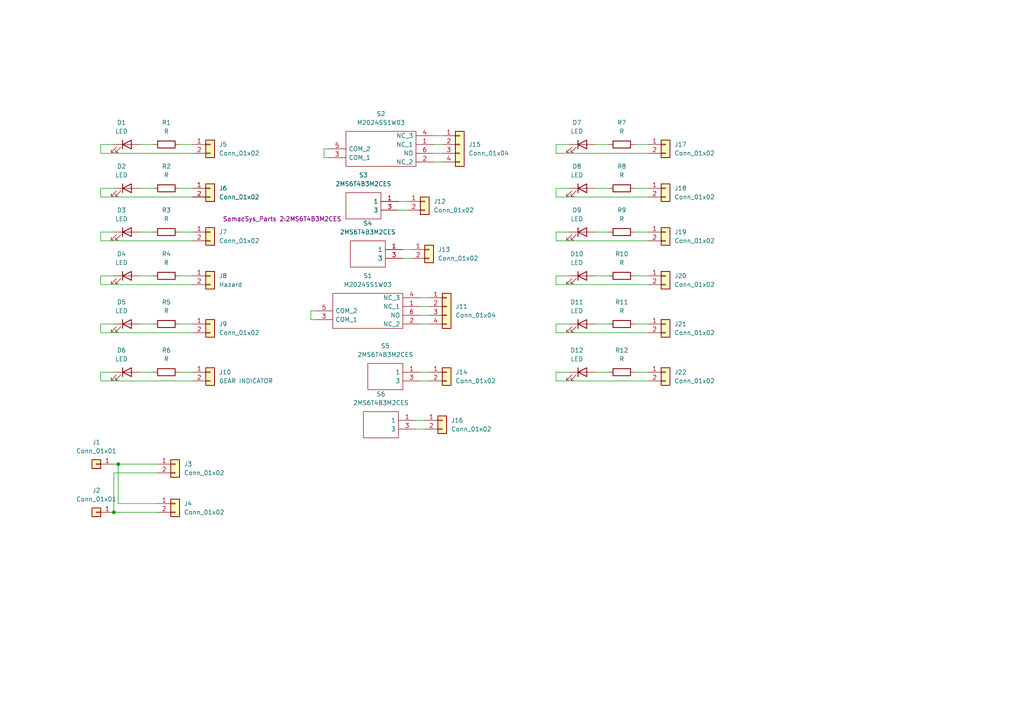
<source format=kicad_sch>
(kicad_sch (version 20211123) (generator eeschema)
  (paper "A4")
  (lib_symbols
    (symbol "Connector_Generic:Conn_01x01" (pin_names (offset 1.016) hide)
      (property "Reference" "J" (at 0 2.54 0))
      (property "Value" "Conn_01x01" (at 0 -2.54 0))
      (symbol "Conn_01x01_1_1"
        (rectangle (start -1.27 0.127) (end 0 -0.127) (stroke (width 0.1524)))
        (rectangle (start -1.27 1.27) (end 1.27 -1.27) (stroke (width 0.254)) (fill (type background)))
        (pin passive line (at -5.08 0 0) (length 3.81) (name "Pin_1") (number "1"))
      )
    )
    (symbol "Connector_Generic:Conn_01x02" (pin_names (offset 1.016) hide)
      (property "Reference" "J" (at 0 2.54 0))
      (property "Value" "Conn_01x02" (at 0 -5.08 0))
      (symbol "Conn_01x02_1_1"
        (rectangle (start -1.27 -2.413) (end 0 -2.667) (stroke (width 0.1524)))
        (rectangle (start -1.27 0.127) (end 0 -0.127) (stroke (width 0.1524)))
        (rectangle (start -1.27 1.27) (end 1.27 -3.81) (stroke (width 0.254)) (fill (type background)))
        (pin passive line (at -5.08 0 0) (length 3.81) (name "Pin_1") (number "1"))
        (pin passive line (at -5.08 -2.54 0) (length 3.81) (name "Pin_2") (number "2"))
      )
    )
    (symbol "Connector_Generic:Conn_01x04" (pin_names (offset 1.016) hide)
      (property "Reference" "J" (at 0 5.08 0))
      (property "Value" "Conn_01x04" (at 0 -7.62 0))
      (symbol "Conn_01x04_1_1"
        (rectangle (start -1.27 -4.953) (end 0 -5.207) (stroke (width 0.1524)))
        (rectangle (start -1.27 -2.413) (end 0 -2.667) (stroke (width 0.1524)))
        (rectangle (start -1.27 0.127) (end 0 -0.127) (stroke (width 0.1524)))
        (rectangle (start -1.27 2.667) (end 0 2.413) (stroke (width 0.1524)))
        (rectangle (start -1.27 3.81) (end 1.27 -6.35) (stroke (width 0.254)) (fill (type background)))
        (pin passive line (at -5.08 2.54 0) (length 3.81) (name "Pin_1") (number "1"))
        (pin passive line (at -5.08 0 0) (length 3.81) (name "Pin_2") (number "2"))
        (pin passive line (at -5.08 -2.54 0) (length 3.81) (name "Pin_3") (number "3"))
        (pin passive line (at -5.08 -5.08 0) (length 3.81) (name "Pin_4") (number "4"))
      )
    )
    (symbol "Device:LED" (pin_numbers hide) (pin_names (offset 1.016) hide)
      (property "Reference" "D" (at 0 2.54 0))
      (property "Value" "LED" (at 0 -2.54 0))
      (symbol "LED_0_1"
        (polyline (pts (xy -1.27 -1.27) (xy -1.27 1.27)) (stroke (width 0.254)))
        (polyline (pts (xy -1.27 0) (xy 1.27 0)))
        (polyline (pts (xy 1.27 -1.27) (xy 1.27 1.27) (xy -1.27 0) (xy 1.27 -1.27)) (stroke (width 0.254)))
        (polyline (pts (xy -3.048 -0.762) (xy -4.572 -2.286) (xy -3.81 -2.286) (xy -4.572 -2.286) (xy -4.572 -1.524)))
        (polyline (pts (xy -1.778 -0.762) (xy -3.302 -2.286) (xy -2.54 -2.286) (xy -3.302 -2.286) (xy -3.302 -1.524)))
      )
      (symbol "LED_1_1"
        (pin passive line (at -3.81 0 0) (length 2.54) (name "K") (number "1"))
        (pin passive line (at 3.81 0 180) (length 2.54) (name "A") (number "2"))
      )
    )
    (symbol "Device:R" (pin_numbers hide) (pin_names (offset 0))
      (property "Reference" "R" (at 2.032 0 90))
      (property "Value" "R" (at 0 0 90))
      (symbol "R_0_1"
        (rectangle (start -1.016 -2.54) (end 1.016 2.54) (stroke (width 0.254)))
      )
      (symbol "R_1_1"
        (pin passive line (at 0 3.81 270) (length 1.27) (name "~") (number "1"))
        (pin passive line (at 0 -3.81 90) (length 1.27) (name "~") (number "2"))
      )
    )
    (symbol "SamacSys_Parts 2:2MS6T4B3M2CES" (pin_names (offset 0.762))
      (property "Reference" "S" (at 16.51 7.62 0))
      (property "Value" "2MS6T4B3M2CES" (at 16.51 5.08 0))
      (symbol "2MS6T4B3M2CES_0_0"
        (pin passive line (at 0 -2.54 0) (length 5.08) (name "1") (number "1"))
        (pin passive line (at 0 0 0) (length 5.08) (name "3") (number "3"))
      )
      (symbol "2MS6T4B3M2CES_0_1"
        (polyline (pts (xy 5.08 2.54) (xy 15.24 2.54) (xy 15.24 -5.08) (xy 5.08 -5.08) (xy 5.08 2.54)) (stroke (width 0.1524)))
      )
    )
    (symbol "SamacSys_Parts:M2024SS1W03" (pin_names (offset 0.762))
      (property "Reference" "S" (at 10.16 10.16 0))
      (property "Value" "M2024SS1W03" (at 26.67 5.08 0))
      (symbol "M2024SS1W03_0_0"
        (pin passive line (at -16.51 -1.27 0) (length 5.08) (name "NC_1") (number "1"))
        (pin passive line (at -16.51 3.81 0) (length 5.08) (name "NC_2") (number "2"))
        (pin passive line (at 13.97 2.54 180) (length 5.08) (name "COM_1") (number "3"))
        (pin passive line (at -16.51 -3.81 0) (length 5.08) (name "NC_3") (number "4"))
        (pin passive line (at 13.97 0 180) (length 5.08) (name "COM_2") (number "5"))
        (pin passive line (at -16.51 1.27 0) (length 5.08) (name "NO") (number "6"))
      )
      (symbol "M2024SS1W03_0_1"
        (polyline (pts (xy -11.43 5.08) (xy 8.89 5.08) (xy 8.89 -5.08) (xy -11.43 -5.08) (xy -11.43 5.08)) (stroke (width 0.1524)))
      )
    )
  )
  (junction (at 33.02 148.59))
  (junction (at 34.29 134.62))
  (wire (pts (xy 91.44 90.17) (xy 90.17 90.17)))
  (wire (pts (xy 29.21 93.98) (xy 29.21 96.52)))
  (wire (pts (xy 161.29 41.91) (xy 161.29 44.45)))
  (wire (pts (xy 29.21 69.85) (xy 55.88 69.85)))
  (wire (pts (xy 120.65 124.46) (xy 123.19 124.46)))
  (wire (pts (xy 172.72 107.95) (xy 176.53 107.95)))
  (wire (pts (xy 90.17 92.71) (xy 91.44 92.71)))
  (wire (pts (xy 29.21 110.49) (xy 55.88 110.49)))
  (wire (pts (xy 33.02 67.31) (xy 29.21 67.31)))
  (wire (pts (xy 52.07 107.95) (xy 55.88 107.95)))
  (wire (pts (xy 172.72 93.98) (xy 176.53 93.98)))
  (wire (pts (xy 125.73 39.37) (xy 128.27 39.37)))
  (wire (pts (xy 161.29 54.61) (xy 161.29 57.15)))
  (wire (pts (xy 161.29 96.52) (xy 187.96 96.52)))
  (wire (pts (xy 125.73 46.99) (xy 128.27 46.99)))
  (wire (pts (xy 115.57 60.96) (xy 118.11 60.96)))
  (wire (pts (xy 40.64 93.98) (xy 44.45 93.98)))
  (wire (pts (xy 120.65 121.92) (xy 123.19 121.92)))
  (wire (pts (xy 121.92 107.95) (xy 124.46 107.95)))
  (wire (pts (xy 93.98 43.18) (xy 93.98 45.72)))
  (wire (pts (xy 184.15 93.98) (xy 187.96 93.98)))
  (wire (pts (xy 34.29 134.62) (xy 45.72 134.62)))
  (wire (pts (xy 29.21 82.55) (xy 55.88 82.55)))
  (wire (pts (xy 125.73 41.91) (xy 128.27 41.91)))
  (wire (pts (xy 116.84 72.39) (xy 119.38 72.39)))
  (wire (pts (xy 161.29 110.49) (xy 187.96 110.49)))
  (wire (pts (xy 184.15 80.01) (xy 187.96 80.01)))
  (wire (pts (xy 90.17 90.17) (xy 90.17 92.71)))
  (wire (pts (xy 33.02 41.91) (xy 29.21 41.91)))
  (wire (pts (xy 29.21 41.91) (xy 29.21 44.45)))
  (wire (pts (xy 165.1 54.61) (xy 161.29 54.61)))
  (wire (pts (xy 95.25 43.18) (xy 93.98 43.18)))
  (wire (pts (xy 165.1 107.95) (xy 161.29 107.95)))
  (wire (pts (xy 29.21 80.01) (xy 29.21 82.55)))
  (wire (pts (xy 161.29 80.01) (xy 161.29 82.55)))
  (wire (pts (xy 40.64 67.31) (xy 44.45 67.31)))
  (wire (pts (xy 40.64 41.91) (xy 44.45 41.91)))
  (wire (pts (xy 165.1 80.01) (xy 161.29 80.01)))
  (wire (pts (xy 125.73 44.45) (xy 128.27 44.45)))
  (wire (pts (xy 33.02 80.01) (xy 29.21 80.01)))
  (wire (pts (xy 121.92 91.44) (xy 124.46 91.44)))
  (wire (pts (xy 33.02 93.98) (xy 29.21 93.98)))
  (wire (pts (xy 29.21 96.52) (xy 55.88 96.52)))
  (wire (pts (xy 184.15 67.31) (xy 187.96 67.31)))
  (wire (pts (xy 33.02 54.61) (xy 29.21 54.61)))
  (wire (pts (xy 161.29 107.95) (xy 161.29 110.49)))
  (wire (pts (xy 52.07 67.31) (xy 55.88 67.31)))
  (wire (pts (xy 172.72 54.61) (xy 176.53 54.61)))
  (wire (pts (xy 161.29 93.98) (xy 161.29 96.52)))
  (wire (pts (xy 33.02 137.16) (xy 33.02 148.59)))
  (wire (pts (xy 29.21 67.31) (xy 29.21 69.85)))
  (wire (pts (xy 33.02 148.59) (xy 45.72 148.59)))
  (wire (pts (xy 121.92 110.49) (xy 124.46 110.49)))
  (wire (pts (xy 40.64 107.95) (xy 44.45 107.95)))
  (wire (pts (xy 29.21 107.95) (xy 29.21 110.49)))
  (wire (pts (xy 161.29 57.15) (xy 187.96 57.15)))
  (wire (pts (xy 172.72 41.91) (xy 176.53 41.91)))
  (wire (pts (xy 161.29 67.31) (xy 161.29 69.85)))
  (wire (pts (xy 121.92 88.9) (xy 124.46 88.9)))
  (wire (pts (xy 52.07 41.91) (xy 55.88 41.91)))
  (wire (pts (xy 165.1 67.31) (xy 161.29 67.31)))
  (wire (pts (xy 115.57 58.42) (xy 118.11 58.42)))
  (wire (pts (xy 34.29 134.62) (xy 34.29 146.05)))
  (wire (pts (xy 121.92 86.36) (xy 124.46 86.36)))
  (wire (pts (xy 45.72 137.16) (xy 33.02 137.16)))
  (wire (pts (xy 40.64 80.01) (xy 44.45 80.01)))
  (wire (pts (xy 165.1 93.98) (xy 161.29 93.98)))
  (wire (pts (xy 52.07 80.01) (xy 55.88 80.01)))
  (wire (pts (xy 45.72 146.05) (xy 34.29 146.05)))
  (wire (pts (xy 172.72 80.01) (xy 176.53 80.01)))
  (wire (pts (xy 184.15 54.61) (xy 187.96 54.61)))
  (wire (pts (xy 116.84 74.93) (xy 119.38 74.93)))
  (wire (pts (xy 33.02 107.95) (xy 29.21 107.95)))
  (wire (pts (xy 52.07 93.98) (xy 55.88 93.98)))
  (wire (pts (xy 161.29 44.45) (xy 187.96 44.45)))
  (wire (pts (xy 29.21 54.61) (xy 29.21 57.15)))
  (wire (pts (xy 165.1 41.91) (xy 161.29 41.91)))
  (wire (pts (xy 184.15 107.95) (xy 187.96 107.95)))
  (wire (pts (xy 33.02 134.62) (xy 34.29 134.62)))
  (wire (pts (xy 40.64 54.61) (xy 44.45 54.61)))
  (wire (pts (xy 29.21 57.15) (xy 55.88 57.15)))
  (wire (pts (xy 93.98 45.72) (xy 95.25 45.72)))
  (wire (pts (xy 29.21 44.45) (xy 55.88 44.45)))
  (wire (pts (xy 161.29 82.55) (xy 187.96 82.55)))
  (wire (pts (xy 161.29 69.85) (xy 187.96 69.85)))
  (wire (pts (xy 121.92 93.98) (xy 124.46 93.98)))
  (wire (pts (xy 184.15 41.91) (xy 187.96 41.91)))
  (wire (pts (xy 52.07 54.61) (xy 55.88 54.61)))
  (wire (pts (xy 172.72 67.31) (xy 176.53 67.31)))
  (symbol (lib_id "Device:R") (at 48.26 80.01 90) (unit 1)
    (property "Reference" "R4" (at 48.26 73.66 90))
    (property "Value" "R" (at 48.26 76.2 90))
    (property "Footprint" "Resistor_SMD:R_0805_2012Metric" (effects hide))
  )
  (symbol (lib_id "Device:LED") (at 36.83 67.31 0) (unit 1)
    (property "Reference" "D3" (at 35.2425 60.96 0))
    (property "Value" "LED" (at 35.2425 63.5 0))
    (property "Footprint" "Diode_SMD:D_0805_2012Metric" (effects hide))
  )
  (symbol (lib_id "Connector_Generic:Conn_01x02") (at 193.04 41.91 0) (unit 1)
    (property "Reference" "J17" (at 195.58 41.9099 0) (effects (justify left)))
    (property "Value" "Conn_01x02" (at 195.58 44.4499 0) (effects (justify left)))
    (property "Footprint" "Connector_Molex:Molex_Micro-Fit_3.0_43650-0215_1x02_P3.00mm_Vertical" (effects hide))
  )
  (symbol (lib_id "Connector_Generic:Conn_01x02") (at 50.8 146.05 0) (unit 1)
    (property "Reference" "J4" (at 53.34 146.0499 0) (effects (justify left)))
    (property "Value" "Conn_01x02" (at 53.34 148.5899 0) (effects (justify left)))
    (property "Footprint" "Connector_Molex:Molex_Micro-Fit_3.0_43650-0215_1x02_P3.00mm_Vertical" (effects hide))
  )
  (symbol (lib_id "Device:LED") (at 168.91 41.91 0) (unit 1)
    (property "Reference" "D7" (at 167.3225 35.56 0))
    (property "Value" "LED" (at 167.3225 38.1 0))
    (property "Footprint" "Diode_SMD:D_0805_2012Metric" (effects hide))
  )
  (symbol (lib_id "Connector_Generic:Conn_01x02") (at 128.27 121.92 0) (unit 1)
    (property "Reference" "J16" (at 130.81 121.9199 0) (effects (justify left)))
    (property "Value" "Conn_01x02" (at 130.81 124.4599 0) (effects (justify left)))
    (property "Footprint" "Connector_Molex:Molex_Micro-Fit_3.0_43650-0200_1x02_P3.00mm_Horizontal" (effects hide))
  )
  (symbol (lib_id "Connector_Generic:Conn_01x02") (at 123.19 58.42 0) (unit 1)
    (property "Reference" "J12" (at 125.73 58.4199 0) (effects (justify left)))
    (property "Value" "Conn_01x02" (at 125.73 60.9599 0) (effects (justify left)))
    (property "Footprint" "Connector_Molex:Molex_Micro-Fit_3.0_43650-0200_1x02_P3.00mm_Horizontal" (effects hide))
  )
  (symbol (lib_id "Device:R") (at 48.26 67.31 90) (unit 1)
    (property "Reference" "R3" (at 48.26 60.96 90))
    (property "Value" "R" (at 48.26 63.5 90))
    (property "Footprint" "Resistor_SMD:R_0805_2012Metric" (effects hide))
  )
  (symbol (lib_id "Device:R") (at 48.26 54.61 90) (unit 1)
    (property "Reference" "R2" (at 48.26 48.26 90))
    (property "Value" "R" (at 48.26 50.8 90))
    (property "Footprint" "Resistor_SMD:R_0805_2012Metric" (effects hide))
  )
  (symbol (lib_id "Device:R") (at 180.34 107.95 90) (unit 1)
    (property "Reference" "R12" (at 180.34 101.6 90))
    (property "Value" "R" (at 180.34 104.14 90))
    (property "Footprint" "Resistor_SMD:R_0805_2012Metric" (effects hide))
  )
  (symbol (lib_id "SamacSys_Parts 2:2MS6T4B3M2CES") (at 115.57 60.96 180) (unit 1)
    (property "Reference" "S3" (at 105.41 50.8 0))
    (property "Value" "2MS6T4B3M2CES" (at 105.41 53.34 0))
    (property "Footprint" "SamacSys_Parts 2:2MS6T4B3M2CES" (at 99.06 63.5 0) (effects (justify left)))
    (property "Datasheet" "https://www.mouser.in/datasheet/2/979/Dailywell_01132020_2M_Series-1708785.pdf" (effects hide))
    (property "Description" "Toggle Switches SPST OFF-ON" (effects hide))
    (property "Height" "23.63" (effects hide))
    (property "Manufacturer_Name" "Dailywell" (effects hide))
    (property "Manufacturer_Part_Number" "2MS6T4B3M2CES" (effects hide))
    (property "Mouser Part Number" "118-2MS6T4B3M2CES" (effects hide))
    (property "Mouser Price/Stock" "https://www.mouser.co.uk/ProductDetail/Dailywell/2MS6T4B3M2CES/?qs=B6kkDfuK7%2FCZhGel7UMMow%3D%3D" (effects hide))
  )
  (symbol (lib_id "Connector_Generic:Conn_01x02") (at 193.04 107.95 0) (unit 1)
    (property "Reference" "J22" (at 195.58 107.9499 0) (effects (justify left)))
    (property "Value" "Conn_01x02" (at 195.58 110.4899 0) (effects (justify left)))
    (property "Footprint" "Connector_Molex:Molex_Micro-Fit_3.0_43650-0200_1x02_P3.00mm_Horizontal" (effects hide))
  )
  (symbol (lib_id "Device:LED") (at 36.83 93.98 0) (unit 1)
    (property "Reference" "D5" (at 35.2425 87.63 0))
    (property "Value" "LED" (at 35.2425 90.17 0))
    (property "Footprint" "Diode_SMD:D_0805_2012Metric" (effects hide))
  )
  (symbol (lib_id "SamacSys_Parts:M2024SS1W03") (at 109.22 43.18 180) (unit 1)
    (property "Reference" "S2" (at 110.49 33.02 0))
    (property "Value" "M2024SS1W03" (at 110.49 35.56 0))
    (property "Footprint" "SamacSys_Parts:M2023SS1W03" (effects hide))
    (property "Datasheet" "https://www.nkkswitches.com/pdf/MtogglesBushing.pdf" (effects hide))
    (property "Description" "NKK SWITCHES - M2024SS1W03 - SWITCH, TOGGLE, SP3T, 6A, 125VAC" (effects hide))
    (property "Height" "28.8" (effects hide))
    (property "Mouser Part Number" "633-M202403" (effects hide))
    (property "Mouser Price/Stock" "https://www.mouser.co.uk/ProductDetail/NKK-Switches/M2024SS1W03?qs=lL7JKUhTX2gHRZfrulRSBA%3D%3D" (effects hide))
    (property "Manufacturer_Name" "NKK Switches" (effects hide))
    (property "Manufacturer_Part_Number" "M2024SS1W03" (effects hide))
  )
  (symbol (lib_id "Connector_Generic:Conn_01x02") (at 60.96 107.95 0) (unit 1)
    (property "Reference" "J10" (at 63.5 107.9499 0) (effects (justify left)))
    (property "Value" "GEAR INDICATOR" (at 63.5 110.4899 0) (effects (justify left)))
    (property "Footprint" "Connector_Molex:Molex_Micro-Fit_3.0_43650-0200_1x02_P3.00mm_Horizontal" (effects hide))
    (property "Datasheet" "https://www.molex.com/webdocs/datasheets/pdf/en-us/0436500200_PCB_HEADERS.pdf" (effects hide))
  )
  (symbol (lib_id "Device:R") (at 48.26 93.98 90) (unit 1)
    (property "Reference" "R5" (at 48.26 87.63 90))
    (property "Value" "R" (at 48.26 90.17 90))
    (property "Footprint" "Resistor_SMD:R_0805_2012Metric" (effects hide))
  )
  (symbol (lib_id "Connector_Generic:Conn_01x02") (at 129.54 107.95 0) (unit 1)
    (property "Reference" "J14" (at 132.08 107.9499 0) (effects (justify left)))
    (property "Value" "Conn_01x02" (at 132.08 110.4899 0) (effects (justify left)))
    (property "Footprint" "Connector_Molex:Molex_Micro-Fit_3.0_43650-0200_1x02_P3.00mm_Horizontal" (effects hide))
  )
  (symbol (lib_id "Connector_Generic:Conn_01x02") (at 193.04 67.31 0) (unit 1)
    (property "Reference" "J19" (at 195.58 67.3099 0) (effects (justify left)))
    (property "Value" "Conn_01x02" (at 195.58 69.8499 0) (effects (justify left)))
    (property "Footprint" "Connector_Molex:Molex_Micro-Fit_3.0_43650-0200_1x02_P3.00mm_Horizontal" (effects hide))
  )
  (symbol (lib_id "Device:R") (at 48.26 107.95 90) (unit 1)
    (property "Reference" "R6" (at 48.26 101.6 90))
    (property "Value" "R" (at 48.26 104.14 90))
    (property "Footprint" "Resistor_SMD:R_0805_2012Metric" (effects hide))
  )
  (symbol (lib_id "Connector_Generic:Conn_01x02") (at 60.96 54.61 0) (unit 1)
    (property "Reference" "J6" (at 63.5 54.6099 0) (effects (justify left)))
    (property "Value" "Conn_01x02" (at 63.5 57.1499 0) (effects (justify left)))
    (property "Footprint" "Connector_Molex:Molex_Micro-Fit_3.0_43650-0200_1x02_P3.00mm_Horizontal" (effects hide))
  )
  (symbol (lib_id "Connector_Generic:Conn_01x02") (at 60.96 67.31 0) (unit 1)
    (property "Reference" "J7" (at 63.5 67.3099 0) (effects (justify left)))
    (property "Value" "Conn_01x02" (at 63.5 69.8499 0) (effects (justify left)))
    (property "Footprint" "Connector_Molex:Molex_Micro-Fit_3.0_43650-0200_1x02_P3.00mm_Horizontal" (effects hide))
  )
  (symbol (lib_id "Device:LED") (at 36.83 54.61 0) (unit 1)
    (property "Reference" "D2" (at 35.2425 48.26 0))
    (property "Value" "LED" (at 35.2425 50.8 0))
    (property "Footprint" "Diode_SMD:D_0805_2012Metric" (effects hide))
  )
  (symbol (lib_id "Connector_Generic:Conn_01x02") (at 60.96 80.01 0) (unit 1)
    (property "Reference" "J8" (at 63.5 80.0099 0) (effects (justify left)))
    (property "Value" "Hazard" (at 63.5 82.5499 0) (effects (justify left)))
    (property "Footprint" "Connector_Molex:Molex_Micro-Fit_3.0_43650-0200_1x02_P3.00mm_Horizontal" (effects hide))
    (property "Datasheet" "https://www.molex.com/webdocs/datasheets/pdf/en-us/0436500200_PCB_HEADERS.pdf" (effects hide))
  )
  (symbol (lib_id "Connector_Generic:Conn_01x02") (at 193.04 93.98 0) (unit 1)
    (property "Reference" "J21" (at 195.58 93.9799 0) (effects (justify left)))
    (property "Value" "Conn_01x02" (at 195.58 96.5199 0) (effects (justify left)))
    (property "Footprint" "Connector_Molex:Molex_Micro-Fit_3.0_43650-0215_1x02_P3.00mm_Vertical" (effects hide))
  )
  (symbol (lib_id "Device:LED") (at 36.83 80.01 0) (unit 1)
    (property "Reference" "D4" (at 35.2425 73.66 0))
    (property "Value" "LED" (at 35.2425 76.2 0))
    (property "Footprint" "Diode_SMD:D_0805_2012Metric" (effects hide))
  )
  (symbol (lib_id "Device:R") (at 48.26 41.91 90) (unit 1)
    (property "Reference" "R1" (at 48.26 35.56 90))
    (property "Value" "R" (at 48.26 38.1 90))
    (property "Footprint" "Resistor_SMD:R_0805_2012Metric" (effects hide))
  )
  (symbol (lib_id "Connector_Generic:Conn_01x04") (at 129.54 88.9 0) (unit 1)
    (property "Reference" "J11" (at 132.08 88.8999 0) (effects (justify left)))
    (property "Value" "Conn_01x04" (at 132.08 91.4399 0) (effects (justify left)))
    (property "Footprint" "Connector_Molex:Molex_Micro-Fit_3.0_43650-0400_1x04_P3.00mm_Horizontal" (effects hide))
  )
  (symbol (lib_id "Connector_Generic:Conn_01x02") (at 193.04 80.01 0) (unit 1)
    (property "Reference" "J20" (at 195.58 80.0099 0) (effects (justify left)))
    (property "Value" "Conn_01x02" (at 195.58 82.5499 0) (effects (justify left)))
    (property "Footprint" "Connector_Molex:Molex_Micro-Fit_3.0_43650-0200_1x02_P3.00mm_Horizontal" (effects hide))
  )
  (symbol (lib_id "Connector_Generic:Conn_01x04") (at 133.35 41.91 0) (unit 1)
    (property "Reference" "J15" (at 135.89 41.9099 0) (effects (justify left)))
    (property "Value" "Conn_01x04" (at 135.89 44.4499 0) (effects (justify left)))
    (property "Footprint" "Connector_Molex:Molex_Micro-Fit_3.0_43650-0400_1x04_P3.00mm_Horizontal" (effects hide))
  )
  (symbol (lib_id "Connector_Generic:Conn_01x02") (at 60.96 93.98 0) (unit 1)
    (property "Reference" "J9" (at 63.5 93.9799 0) (effects (justify left)))
    (property "Value" "Conn_01x02" (at 63.5 96.5199 0) (effects (justify left)))
    (property "Footprint" "Connector_Molex:Molex_Micro-Fit_3.0_43650-0200_1x02_P3.00mm_Horizontal" (effects hide))
  )
  (symbol (lib_id "Device:LED") (at 168.91 54.61 0) (unit 1)
    (property "Reference" "D8" (at 167.3225 48.26 0))
    (property "Value" "LED" (at 167.3225 50.8 0))
    (property "Footprint" "Diode_SMD:D_0805_2012Metric" (effects hide))
  )
  (symbol (lib_id "Device:LED") (at 36.83 107.95 0) (unit 1)
    (property "Reference" "D6" (at 35.2425 101.6 0))
    (property "Value" "LED" (at 35.2425 104.14 0))
    (property "Footprint" "Diode_SMD:D_0805_2012Metric" (effects hide))
  )
  (symbol (lib_id "SamacSys_Parts:M2024SS1W03") (at 105.41 90.17 180) (unit 1)
    (property "Reference" "S1" (at 106.68 80.01 0))
    (property "Value" "M2024SS1W03" (at 106.68 82.55 0))
    (property "Footprint" "SamacSys_Parts:M2023SS1W03" (effects hide))
    (property "Datasheet" "https://www.nkkswitches.com/pdf/MtogglesBushing.pdf" (effects hide))
    (property "Description" "NKK SWITCHES - M2024SS1W03 - SWITCH, TOGGLE, SP3T, 6A, 125VAC" (effects hide))
    (property "Height" "28.8" (effects hide))
    (property "Mouser Part Number" "633-M202403" (effects hide))
    (property "Mouser Price/Stock" "https://www.mouser.co.uk/ProductDetail/NKK-Switches/M2024SS1W03?qs=lL7JKUhTX2gHRZfrulRSBA%3D%3D" (effects hide))
    (property "Manufacturer_Name" "NKK Switches" (effects hide))
    (property "Manufacturer_Part_Number" "M2024SS1W03" (effects hide))
  )
  (symbol (lib_id "Device:LED") (at 168.91 93.98 0) (unit 1)
    (property "Reference" "D11" (at 167.3225 87.63 0))
    (property "Value" "LED" (at 167.3225 90.17 0))
    (property "Footprint" "Diode_SMD:D_0805_2012Metric" (effects hide))
  )
  (symbol (lib_id "Device:R") (at 180.34 93.98 90) (unit 1)
    (property "Reference" "R11" (at 180.34 87.63 90))
    (property "Value" "R" (at 180.34 90.17 90))
    (property "Footprint" "Resistor_SMD:R_0805_2012Metric" (effects hide))
  )
  (symbol (lib_id "Device:LED") (at 168.91 107.95 0) (unit 1)
    (property "Reference" "D12" (at 167.3225 101.6 0))
    (property "Value" "LED" (at 167.3225 104.14 0))
    (property "Footprint" "Diode_SMD:D_0805_2012Metric" (effects hide))
  )
  (symbol (lib_id "Connector_Generic:Conn_01x02") (at 193.04 54.61 0) (unit 1)
    (property "Reference" "J18" (at 195.58 54.6099 0) (effects (justify left)))
    (property "Value" "Conn_01x02" (at 195.58 57.1499 0) (effects (justify left)))
    (property "Footprint" "Connector_Molex:Molex_Micro-Fit_3.0_43650-0200_1x02_P3.00mm_Horizontal" (effects hide))
  )
  (symbol (lib_id "Connector_Generic:Conn_01x02") (at 50.8 134.62 0) (unit 1)
    (property "Reference" "J3" (at 53.34 134.6199 0) (effects (justify left)))
    (property "Value" "Conn_01x02" (at 53.34 137.1599 0) (effects (justify left)))
    (property "Footprint" "Connector_Molex:Molex_Micro-Fit_3.0_43650-0215_1x02_P3.00mm_Vertical" (effects hide))
  )
  (symbol (lib_id "Device:LED") (at 168.91 80.01 0) (unit 1)
    (property "Reference" "D10" (at 167.3225 73.66 0))
    (property "Value" "LED" (at 167.3225 76.2 0))
    (property "Footprint" "Diode_SMD:D_0805_2012Metric" (effects hide))
  )
  (symbol (lib_id "Device:R") (at 180.34 67.31 90) (unit 1)
    (property "Reference" "R9" (at 180.34 60.96 90))
    (property "Value" "R" (at 180.34 63.5 90))
    (property "Footprint" "Resistor_SMD:R_0805_2012Metric" (effects hide))
  )
  (symbol (lib_id "SamacSys_Parts 2:2MS6T4B3M2CES") (at 120.65 124.46 180) (unit 1)
    (property "Reference" "S6" (at 110.49 114.3 0))
    (property "Value" "2MS6T4B3M2CES" (at 110.49 116.84 0))
    (property "Footprint" "SamacSys_Parts 2:2MS6T4B3M2CES" (effects hide))
    (property "Datasheet" "https://www.mouser.in/datasheet/2/979/Dailywell_01132020_2M_Series-1708785.pdf" (effects hide))
    (property "Description" "Toggle Switches SPST OFF-ON" (effects hide))
    (property "Height" "23.63" (effects hide))
    (property "Manufacturer_Name" "Dailywell" (effects hide))
    (property "Manufacturer_Part_Number" "2MS6T4B3M2CES" (effects hide))
    (property "Mouser Part Number" "118-2MS6T4B3M2CES" (effects hide))
    (property "Mouser Price/Stock" "https://www.mouser.co.uk/ProductDetail/Dailywell/2MS6T4B3M2CES/?qs=B6kkDfuK7%2FCZhGel7UMMow%3D%3D" (effects hide))
  )
  (symbol (lib_id "Device:LED") (at 36.83 41.91 0) (unit 1)
    (property "Reference" "D1" (at 35.2425 35.56 0))
    (property "Value" "LED" (at 35.2425 38.1 0))
    (property "Footprint" "Diode_SMD:D_0805_2012Metric" (effects hide))
  )
  (symbol (lib_id "SamacSys_Parts 2:2MS6T4B3M2CES") (at 121.92 110.49 180) (unit 1)
    (property "Reference" "S5" (at 111.76 100.33 0))
    (property "Value" "2MS6T4B3M2CES" (at 111.76 102.87 0))
    (property "Footprint" "SamacSys_Parts 2:2MS6T4B3M2CES" (effects hide))
    (property "Datasheet" "https://www.mouser.in/datasheet/2/979/Dailywell_01132020_2M_Series-1708785.pdf" (effects hide))
    (property "Description" "Toggle Switches SPST OFF-ON" (effects hide))
    (property "Height" "23.63" (effects hide))
    (property "Manufacturer_Name" "Dailywell" (effects hide))
    (property "Manufacturer_Part_Number" "2MS6T4B3M2CES" (effects hide))
    (property "Mouser Part Number" "118-2MS6T4B3M2CES" (effects hide))
    (property "Mouser Price/Stock" "https://www.mouser.co.uk/ProductDetail/Dailywell/2MS6T4B3M2CES/?qs=B6kkDfuK7%2FCZhGel7UMMow%3D%3D" (effects hide))
  )
  (symbol (lib_id "Device:R") (at 180.34 41.91 90) (unit 1)
    (property "Reference" "R7" (at 180.34 35.56 90))
    (property "Value" "R" (at 180.34 38.1 90))
    (property "Footprint" "Resistor_SMD:R_0805_2012Metric" (effects hide))
  )
  (symbol (lib_id "Device:R") (at 180.34 80.01 90) (unit 1)
    (property "Reference" "R10" (at 180.34 73.66 90))
    (property "Value" "R" (at 180.34 76.2 90))
    (property "Footprint" "Resistor_SMD:R_0805_2012Metric" (effects hide))
  )
  (symbol (lib_id "Connector_Generic:Conn_01x01") (at 27.94 134.62 180) (unit 1)
    (property "Reference" "J1" (at 27.94 128.27 0))
    (property "Value" "Conn_01x01" (at 27.94 130.81 0))
    (property "Footprint" "UTSVT_Connectors:Banana_Jack_1_Pin_4mm" (effects hide))
  )
  (symbol (lib_id "Connector_Generic:Conn_01x01") (at 27.94 148.59 180) (unit 1)
    (property "Reference" "J2" (at 27.94 142.24 0))
    (property "Value" "Conn_01x01" (at 27.94 144.78 0))
    (property "Footprint" "UTSVT_Connectors:Banana_Jack_1_Pin_4mm" (effects hide))
  )
  (symbol (lib_id "SamacSys_Parts 2:2MS6T4B3M2CES") (at 116.84 74.93 180) (unit 1)
    (property "Reference" "S4" (at 106.68 64.77 0))
    (property "Value" "2MS6T4B3M2CES" (at 106.68 67.31 0))
    (property "Footprint" "SamacSys_Parts 2:2MS6T4B3M2CES" (effects hide))
    (property "Datasheet" "https://www.mouser.in/datasheet/2/979/Dailywell_01132020_2M_Series-1708785.pdf" (effects hide))
    (property "Description" "Toggle Switches SPST OFF-ON" (effects hide))
    (property "Height" "23.63" (effects hide))
    (property "Manufacturer_Name" "Dailywell" (effects hide))
    (property "Manufacturer_Part_Number" "2MS6T4B3M2CES" (effects hide))
    (property "Mouser Part Number" "118-2MS6T4B3M2CES" (effects hide))
    (property "Mouser Price/Stock" "https://www.mouser.co.uk/ProductDetail/Dailywell/2MS6T4B3M2CES/?qs=B6kkDfuK7%2FCZhGel7UMMow%3D%3D" (effects hide))
  )
  (symbol (lib_id "Connector_Generic:Conn_01x02") (at 60.96 41.91 0) (unit 1)
    (property "Reference" "J5" (at 63.5 41.9099 0) (effects (justify left)))
    (property "Value" "Conn_01x02" (at 63.5 44.4499 0) (effects (justify left)))
    (property "Footprint" "Connector_Molex:Molex_Micro-Fit_3.0_43650-0200_1x02_P3.00mm_Horizontal" (effects hide))
  )
  (symbol (lib_id "Device:R") (at 180.34 54.61 90) (unit 1)
    (property "Reference" "R8" (at 180.34 48.26 90))
    (property "Value" "R" (at 180.34 50.8 90))
    (property "Footprint" "Resistor_SMD:R_0805_2012Metric" (effects hide))
  )
  (symbol (lib_id "Connector_Generic:Conn_01x02") (at 124.46 72.39 0) (unit 1)
    (property "Reference" "J13" (at 127 72.3899 0) (effects (justify left)))
    (property "Value" "Conn_01x02" (at 127 74.9299 0) (effects (justify left)))
    (property "Footprint" "Connector_Molex:Molex_Micro-Fit_3.0_43650-0200_1x02_P3.00mm_Horizontal" (effects hide))
  )
  (symbol (lib_id "Device:LED") (at 168.91 67.31 0) (unit 1)
    (property "Reference" "D9" (at 167.3225 60.96 0))
    (property "Value" "LED" (at 167.3225 63.5 0))
    (property "Footprint" "Diode_SMD:D_0805_2012Metric" (effects hide))
  )
)
</source>
